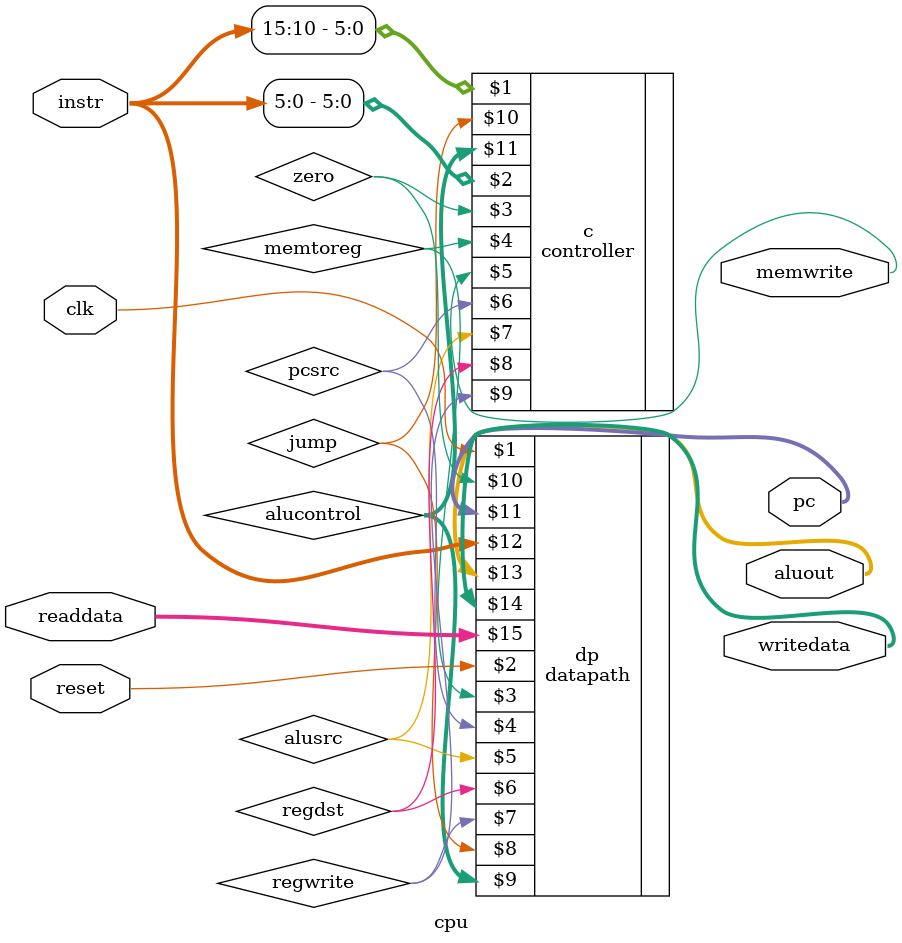
<source format=sv>
`ifndef CPU
`define CPU

`timescale 1ns/100ps

`include "../controller/controller.sv"
`include "../datapath/datapath.sv"

module cpu
    #(parameter n = 32)(
    //
    // ---------------- PORT DEFINITIONS ----------------
    //
    input  logic           clk, reset,
    output logic [(n-1):0] pc,
    input  logic [(n-1):0] instr,
    output logic           memwrite,
    output logic [(n-1):0] aluout, writedata,
    input  logic [(n-1):0] readdata
);
    //
    // ---------------- MODULE DESIGN IMPLEMENTATION ----------------
    //

    // cpu internal components
    logic       memtoreg, alusrc, regdst, regwrite, jump, pcsrc, zero;
    logic [2:0] alucontrol;
    
    controller c(instr[(15):10], instr[5:0], zero,
                    memtoreg, memwrite, pcsrc,
                    alusrc, regdst, regwrite, jump,
                    alucontrol);

    datapath dp(clk, reset, memtoreg, pcsrc,
                    alusrc, regdst, regwrite, jump,
                    alucontrol,
                    zero, pc, instr,
                    aluout, writedata, readdata);

endmodule

`endif // CPU

</source>
